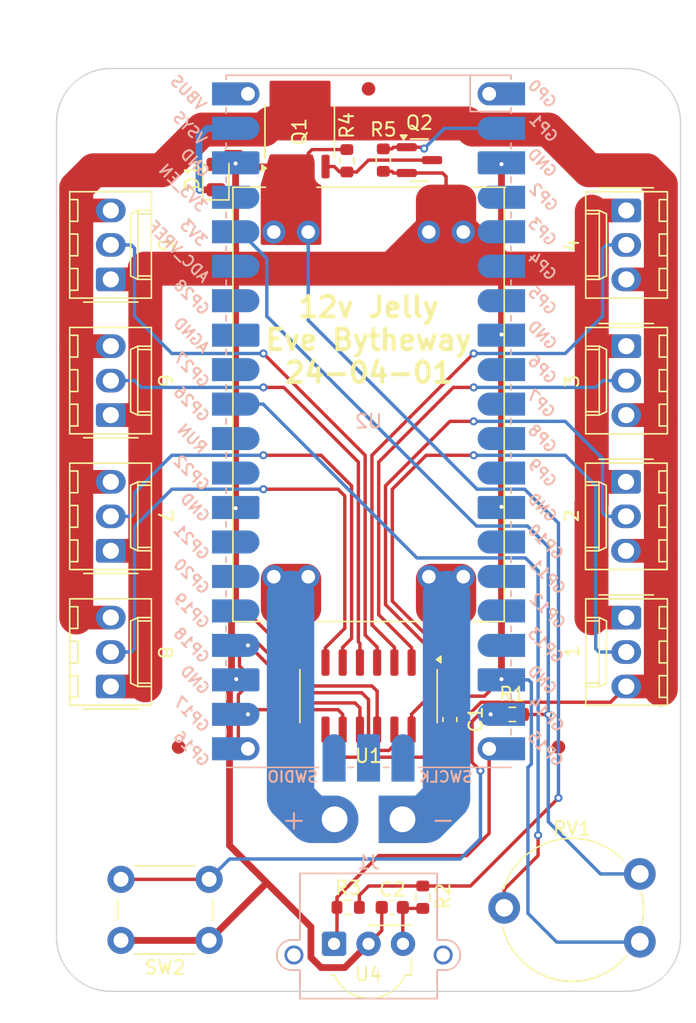
<source format=kicad_pcb>
(kicad_pcb (version 20221018) (generator pcbnew)
  (layers (0 "F.Cu" signal) (31 "B.Cu" signal) (34 "B.Paste" user) (35 "F.Paste" user) (36 "B.SilkS" user "B.Silkscreen") (37 "F.SilkS" user "F.Silkscreen") (38 "B.Mask" user) (39 "F.Mask" user) (44 "Edge.Cuts" user))
  (net 0 "")
  (net 1 "+5V")
  (net 2 "GND")
  (net 3 "Net-(D1-K)")
  (net 4 "Net-(J3-Pin_2)")
  (net 5 "Net-(J4-Pin_2)")
  (net 6 "Net-(J5-Pin_2)")
  (net 7 "Net-(J6-Pin_2)")
  (net 8 "Net-(J7-Pin_2)")
  (net 9 "Net-(J8-Pin_2)")
  (net 10 "Net-(J9-Pin_2)")
  (net 11 "Net-(J10-Pin_2)")
  (net 12 "+3V3")
  (net 13 "/SW0")
  (net 15 "/CLOCK")
  (net 16 "/LATCH")
  (net 17 "/DATA")
  (net 18 "/POT")
  (net 19 "Net-(U4-Vs)")
  (net 45 "Net-(J1-Pin_1)")
  (net 46 "Net-(J1-Pin_2)")
  (net 47 "/IR")
  (net 48 "LED_PWR")
  (net 50 "/LED_EN")
  (net 52 "Net-(Q1-G)")
  (footprint "Package_TO_SOT_SMD:SOT-23" (layer "F.Cu") (at 83.75 26.75)
    (fp_text reference "Q2")
    (fp_text value "2N7002")
  )
  (footprint "Resistor_SMD:R_0603_1608Metric" (layer "F.Cu") (at 78.4 26.8 -90)
    (fp_text reference "R4")
    (fp_text value "10k")
  )
  (footprint "Package_SO:SOIC-16_3.9x9.9mm_P1.27mm" (layer "F.Cu") (at 80 66.25 -90)
    (fp_text reference "U1")
    (fp_text value "74HC595")
  )
  (footprint "MountingHole:MountingHole_3.2mm_M3" (layer "F.Cu") (at 61 24)
    (fp_text reference "H1" hide)
    (fp_text value "MountingHole")
  )
  (footprint "Resistor_SMD:R_0603_1608Metric" (layer "F.Cu") (at 90.6 67.6 180)
    (fp_text reference "R1")
    (fp_text value "10k")
  )
  (footprint "Connector_Molex:Molex_KK-254_AE-6410-03A_1x03_P2.54mm_Vertical" (layer "F.Cu") (at 99 30.46 -90)
    (fp_text reference "J6" hide)
    (fp_text value "4")
  )
  (footprint "12v-jelly:mini560" (layer "F.Cu") (at 80 44.75 90)
    (fp_text reference "U3" hide)
    (fp_text value "Mini560")
  )
  (footprint "Resistor_SMD:R_0603_1608Metric" (layer "F.Cu") (at 84 81.065 90)
    (fp_text reference "R2")
    (fp_text value "100r")
  )
  (footprint "Connector_Molex:Molex_KK-254_AE-6410-03A_1x03_P2.54mm_Vertical" (layer "F.Cu") (at 61 45.54 90)
    (fp_text reference "J8" hide)
    (fp_text value "6")
  )
  (footprint "MountingHole:MountingHole_3.2mm_M3" (layer "F.Cu") (at 61 72)
    (fp_text reference "H3" hide)
    (fp_text value "MountingHole")
  )
  (footprint "MountingHole:MountingHole_3.2mm_M3" (layer "F.Cu") (at 99 24)
    (fp_text reference "H2" hide)
    (fp_text value "MountingHole")
  )
  (footprint "Button_Switch_THT:SW_PUSH_6mm_H13mm" (layer "F.Cu") (at 68.25 84.25 180)
    (fp_text reference "SW2")
    (fp_text value "SW_Push")
  )
  (footprint "Connector_Molex:Molex_KK-254_AE-6410-03A_1x03_P2.54mm_Vertical" (layer "F.Cu") (at 99 40.46 -90)
    (fp_text reference "J5" hide)
    (fp_text value "3")
  )
  (footprint "Diode_SMD:D_0805_2012Metric" (layer "F.Cu") (at 68.75 28 90)
    (fp_text reference "D1")
    (fp_text value "D_Small")
  )
  (footprint "Connector_Molex:Molex_KK-254_AE-6410-03A_1x03_P2.54mm_Vertical" (layer "F.Cu") (at 61 55.54 90)
    (fp_text reference "J9" hide)
    (fp_text value "7")
  )
  (footprint "Capacitor_SMD:C_0603_1608Metric" (layer "F.Cu") (at 81.75 81.815 180)
    (fp_text reference "C2")
    (fp_text value "100n")
  )
  (footprint "Connector_Molex:Molex_KK-254_AE-6410-03A_1x03_P2.54mm_Vertical" (layer "F.Cu") (at 61 35.54 90)
    (fp_text reference "J7" hide)
    (fp_text value "5")
  )
  (footprint "Fiducial:Fiducial_1mm_Mask2mm" (layer "F.Cu") (at 66 70)
    (fp_text reference "FID2" hide)
    (fp_text value "Fiducial")
  )
  (footprint "Connector_Molex:Molex_KK-254_AE-6410-03A_1x03_P2.54mm_Vertical" (layer "F.Cu") (at 61 65.54 90)
    (fp_text reference "J10" hide)
    (fp_text value "8")
  )
  (footprint "Resistor_SMD:R_0603_1608Metric" (layer "F.Cu") (at 78.5 81.815)
    (fp_text reference "R3")
    (fp_text value "20k")
  )
  (footprint "Connector_Molex:Molex_KK-254_AE-6410-03A_1x03_P2.54mm_Vertical" (layer "F.Cu") (at 98.98 50.46 -90)
    (fp_text reference "J4" hide)
    (fp_text value "2")
  )
  (footprint "Resistor_SMD:R_0603_1608Metric" (layer "F.Cu") (at 81.0875 26.75 -90)
    (fp_text reference "R5")
    (fp_text value "10k")
  )
  (footprint "Fiducial:Fiducial_1mm_Mask2mm" (layer "F.Cu") (at 94 70)
    (fp_text reference "FID3" hide)
    (fp_text value "Fiducial")
  )
  (footprint "Connector_Molex:Molex_KK-254_AE-6410-03A_1x03_P2.54mm_Vertical" (layer "F.Cu") (at 99 60.46 -90)
    (fp_text reference "J3" hide)
    (fp_text value "1")
  )
  (footprint "OptoDevice:Vishay_MOLD-3Pin" (layer "F.Cu") (at 77.46 84.5)
    (fp_text reference "U4")
    (fp_text value "VS1838B")
  )
  (footprint "MountingHole:MountingHole_3.2mm_M3" (layer "F.Cu") (at 99 72)
    (fp_text reference "H4" hide)
    (fp_text value "MountingHole")
  )
  (footprint "Fiducial:Fiducial_1mm_Mask2mm" (layer "F.Cu") (at 80 21.5)
    (fp_text reference "FID1" hide)
    (fp_text value "Fiducial")
  )
  (footprint "Capacitor_SMD:C_0603_1608Metric" (layer "F.Cu") (at 86 67.975 90)
    (fp_text reference "C1")
    (fp_text value "100n")
  )
  (footprint "Package_SO:SO-8_3.9x4.9mm_P1.27mm" (layer "F.Cu") (at 74.925 24.65 90)
    (fp_text reference "Q1")
    (fp_text value "DMP2022LSS-13")
  )
  (footprint "Potentiometer_THT:Potentiometer_Piher_PT-10-V10_Vertical_Hole" (layer "F.Cu") (at 100 79.35 180)
    (fp_text reference "RV1")
    (fp_text value "100k")
  )
  (footprint "MCU_RaspberryPi_and_Boards:RPi_Pico_SMD" (layer "B.Cu") (at 80 46 180)
    (fp_text reference "U2")
    (fp_text value "RPi Pico")
  )
  (footprint "Connector_AMASS:AMASS_XT30PW-M_1x02_P2.50mm_Horizontal" (layer "B.Cu") (at 82.5 75.325)
    (fp_text reference "J1")
    (fp_text value "PWR")
  )
  (gr_line (start 103 24) (end 103 84) (stroke (width 0.1)) (layer "Edge.Cuts"))
  (gr_arc (start 99 20) (mid 101.828427 21.171573) (end 103 24) (stroke (width 0.1)) (layer "Edge.Cuts"))
  (gr_arc (start 103 84) (mid 101.828427 86.828427) (end 99 88) (stroke (width 0.1)) (layer "Edge.Cuts"))
  (gr_line (start 99 88) (end 61 88) (stroke (width 0.1)) (layer "Edge.Cuts"))
  (gr_arc (start 61 88) (mid 58.171573 86.828427) (end 57 84) (stroke (width 0.1)) (layer "Edge.Cuts"))
  (gr_arc (start 57 24) (mid 58.171573 21.171573) (end 61 20) (stroke (width 0.1)) (layer "Edge.Cuts"))
  (gr_line (start 61 20) (end 99 20) (stroke (width 0.1)) (layer "Edge.Cuts"))
  (gr_line (start 57 84) (end 57 24) (stroke (width 0.1)) (layer "Edge.Cuts"))
  (gr_text "12v Jelly\nEve Bytheway\n24-04-01" (at 80 40) (layer "F.SilkS") (effects (font (size 1.5 1.5) (thickness 0.3) bold)))
  (segment (start 81.75 80.25) (end 81.76 80.24) (width 0.25) (layer "F.Cu") (net 1))
  (segment (start 87.51 80.24) (end 84 80.24) (width 0.25) (layer "F.Cu") (net 1))
  (segment (start 71.510661 27.25) (end 74.265 27.25) (width 0.5) (layer "F.Cu") (net 1))
  (segment (start 79.325 81.815) (end 79.325 80.925) (width 0.25) (layer "F.Cu") (net 1))
  (segment (start 94 73.75) (end 87.51 80.24) (width 0.25) (layer "F.Cu") (net 1))
  (segment (start 79.325 80.925) (end 80.01 80.24) (width 0.25) (layer "F.Cu") (net 1))
  (segment (start 68.75 27.0625) (end 69.5625 26.25) (width 0.5) (layer "F.Cu") (net 1))
  (segment (start 70.510661 26.25) (end 71.510661 27.25) (width 0.5) (layer "F.Cu") (net 1))
  (segment (start 69.5625 26.25) (end 70.510661 26.25) (width 0.5) (layer "F.Cu") (net 1))
  (segment (start 75.835 25.975) (end 75.56 26.25) (width 0.25) (layer "F.Cu") (net 1))
  (segment (start 78.4 25.975) (end 75.835 25.975) (width 0.25) (layer "F.Cu") (net 1))
  (segment (start 75.56 26.25) (end 75.56 27.225) (width 0.25) (layer "F.Cu") (net 1))
  (segment (start 81.76 80.24) (end 84 80.24) (width 0.25) (layer "F.Cu") (net 1))
  (segment (start 80.01 80.24) (end 81.74 80.24) (width 0.25) (layer "F.Cu") (net 1))
  (segment (start 74.265 27.25) (end 74.29 27.225) (width 0.5) (layer "F.Cu") (net 1))
  (segment (start 81.74 80.24) (end 81.75 80.25) (width 0.25) (layer "F.Cu") (net 1))
  (via (at 94 73.75) (size 0.6) (drill 0.3) (layers "F.Cu" "B.Cu") (net 1))
  (segment (start 91.49962 51) (end 88 51) (width 0.25) (layer "B.Cu") (net 1))
  (segment (start 75.555 38.555) (end 75.555 32.05) (width 0.25) (layer "B.Cu") (net 1))
  (segment (start 88 51) (end 75.555 38.555) (width 0.25) (layer "B.Cu") (net 1))
  (segment (start 94 53.50038) (end 91.49962 51) (width 0.25) (layer "B.Cu") (net 1))
  (segment (start 94 73.75) (end 94 53.50038) (width 0.25) (layer "B.Cu") (net 1))
  (segment (start 99 40.46) (end 96.495 40.46) (width 1.75) (layer "F.Cu") (net 2))
  (segment (start 96.435 52.039025) (end 96.435 60.48) (width 2.5) (layer "F.Cu") (net 2))
  (segment (start 96.455 30.545) (end 96.455 34.5) (width 2.5) (layer "F.Cu") (net 2))
  (segment (start 81.0875 27.575) (end 81.7125 27.575) (width 0.25) (layer "F.Cu") (net 2))
  (segment (start 85.75 34.75) (end 92.25 34.75) (width 2.5) (layer "F.Cu") (net 2))
  (segment (start 96.495 60.46) (end 96.455 60.5) (width 1.75) (layer "F.Cu") (net 2))
  (segment (start 86 67.2) (end 86.95 66.25) (width 0.25) (layer "F.Cu") (net 2))
  (segment (start 88.55 66.25) (end 89.8 65) (width 0.25) (layer "F.Cu") (net 2))
  (segment (start 61 45.54) (end 63.505 45.54) (width 1.75) (layer "F.Cu") (net 2))
  (segment (start 70.2 59.8) (end 69.9 60.1) (width 0.5) (layer "F.Cu") (net 2))
  (segment (start 92.25 34.75) (end 96.205 34.75) (width 2.5) (layer "F.Cu") (net 2))
  (segment (start 96.455 40.5) (end 96.455 50.25) (width 2.5) (layer "F.Cu") (net 2))
  (segment (start 74.75 63.75) (end 75.53 63.75) (width 0.25) (layer "F.Cu") (net 2))
  (segment (start 98.98 50.46) (end 96.665 50.46) (width 1.75) (layer "F.Cu") (net 2))
  (segment (start 76.5 86.25) (end 78.25 86.25) (width 0.5) (layer "F.Cu") (net 2))
  (segment (start 69.9 60.1) (end 69.9 64.65) (width 0.5) (layer "F.Cu") (net 2))
  (segment (start 63.545 34.795) (end 63.545 45.5) (width 2.5) (layer "F.Cu") (net 2))
  (segment (start 96.455 52.019025) (end 96.435 52.039025) (width 2.5) (layer "F.Cu") (net 2))
  (segment (start 61.75 84.25) (end 68.25 84.25) (width 0.5) (layer "F.Cu") (net 2))
  (segment (start 80.975 83.525) (end 80 84.5) (width 0.25) (layer "F.Cu") (net 2))
  (segment (start 81.7125 27.575) (end 81.8375 27.7) (width 0.25) (layer "F.Cu") (net 2))
  (segment (start 70.2 34.7) (end 70.25 34.75) (width 0.5) (layer "F.Cu") (net 2))
  (segment (start 85.75 33.355) (end 85.75 34.75) (width 2.5) (layer "F.Cu") (net 2))
  (segment (start 69.75 77.25) (end 72.375 79.875) (width 0.5) (layer "F.Cu") (net 2))
  (segment (start 86.985 32.05) (end 89.685 34.75) (width 2.5) (layer "F.Cu") (net 2))
  (segment (start 76 65.5) (end 75.555 65.055) (width 0.25) (layer "F.Cu") (net 2))
  (segment (start 99 60.46) (end 96.495 60.46) (width 1.75) (layer "F.Cu") (net 2))
  (segment (start 96.54 30.46) (end 96.455 30.545) (width 1.75) (layer "F.Cu") (net 2))
  (segment (start 63.545 55.75) (end 63.545 65.455) (width 2.5) (layer "F.Cu") (net 2))
  (segment (start 61 65.54) (end 63.46 65.54) (width 1.75) (layer "F.Cu") (net 2))
  (segment (start 89.685 34.75) (end 92.25 34.75) (width 2.5) (layer "F.Cu") (net 2))
  (segment (start 63.335 55.54) (end 63.545 55.75) (width 1.75) (layer "F.Cu") (net 2))
  (segment (start 85.45 27.7) (end 85.715 27.965) (width 0.25) (layer "F.Cu") (net 2))
  (segment (start 75.53 63.75) (end 75.555 63.775) (width 0.25) (layer "F.Cu") (net 2))
  (segment (start 80.635 68.725) (end 80.635 65.885) (width 0.25) (layer "F.Cu") (net 2))
  (segment (start 85.715 27.965) (end 85.715 30.78) (width 0.25) (layer "F.Cu") (net 2))
  (segment (start 80.25 65.5) (end 76 65.5) (width 0.25) (layer "F.Cu") (net 2))
  (segment (start 89.8 27.05) (end 89.8 39.6) (width 0.5) (layer "F.Cu") (net 2))
  (segment (start 72.375 79.875) (end 75.75 83.25) (width 0.5) (layer "F.Cu") (net 2))
  (segment (start 70.25 34.75) (end 81.745 34.75) (width 2.5) (layer "F.Cu") (net 2))
  (segment (start 63.5 34.75) (end 63.545 34.795) (width 2.5) (layer "F.Cu") (net 2))
  (segment (start 89.8 65) (end 89.8 52.3) (width 0.5) (layer "F.Cu") (net 2))
  (segment (start 70.2 33.25) (end 70.2 52.4) (width 0.5) (layer "F.Cu") (net 2))
  (segment (start 75.75 85.5) (end 76.5 86.25) (width 0.5) (layer "F.Cu") (net 2))
  (segment (start 81.745 34.75) (end 84.445 32.05) (width 2.5) (layer "F.Cu") (net 2))
  (segment (start 81.745 34.75) (end 85.75 34.75) (width 2.5) (layer "F.Cu") (net 2))
  (segment (start 80.975 81.815) (end 80.975 83.525) (width 0.25) (layer "F.Cu") (net 2))
  (segment (start 78.25 86.25) (end 80 84.5) (width 0.5) (layer "F.Cu") (net 2))
  (segment (start 70.2 27) (end 70.2 33.25) (width 0.5) (layer "F.Cu") (net 2))
  (segment (start 89.8 52.3) (end 89.8 39.6) (width 0.5) (layer "F.Cu") (net 2))
  (segment (start 96.495 40.46) (end 96.455 40.5) (width 1.75) (layer "F.Cu") (net 2))
  (segment (start 75.555 65.055) (end 75.555 63.775) (width 0.25) (layer "F.Cu") (net 2))
  (segment (start 70.2 33.25) (end 70.2 34.7) (width 0.5) (layer "F.Cu") (net 2))
  (segment (start 70.2 52.4) (end 70.2 59.8) (width 0.5) (layer "F.Cu") (net 2))
  (segment (start 63.545 34.795) (end 62.8 35.54) (width 1.75) (layer "F.Cu") (net 2))
  (segment (start 82.8125 27.7) (end 85.45 27.7) (width 0.25) (layer "F.Cu") (net 2))
  (segment (start 75.75 83.25) (end 75.75 85.5) (width 0.5) (layer "F.Cu") (net 2))
  (segment (start 96.435 60.48) (end 96.455 60.5) (width 2.5) (layer "F.Cu") (net 2))
  (segment (start 70.25 65) (end 69.75 65.5) (width 0.5) (layer "F.Cu") (net 2))
  (segment (start 61 55.54) (end 63.335 55.54) (width 1.75) (layer "F.Cu") (net 2))
  (segment (start 70.8 59.8) (end 70.2 59.8) (width 0.25) (layer "F.Cu") (net 2))
  (segment (start 74.75 63.75) (end 70.8 59.8) (width 0.25) (layer "F.Cu") (net 2))
  (segment (start 68.25 84.25) (end 72.375 80.125) (width 0.5) (layer "F.Cu") (net 2))
  (segment (start 63.46 65.54) (end 63.545 65.455) (width 1.75) (layer "F.Cu") (net 2))
  (segment (start 96.205 34.75) (end 96.455 34.5) (width 2.5) (layer "F.Cu") (net 2))
  (segment (start 96.455 34.5) (end 96.455 40.5) (width 2.5) (layer "F.Cu") (net 2))
  (segment (start 69.9 64.65) (end 70.25 65) (width 0.5) (layer "F.Cu") (net 2))
  (segment (start 62.8 35.54) (end 61 35.54) (width 1.75) (layer "F.Cu") (net 2))
  (segment (start 69.75 65.5) (end 69.75 77.25) (width 0.5) (layer "F.Cu") (net 2))
  (segment (start 86.95 66.25) (end 88.55 66.25) (width 0.25) (layer "F.Cu") (net 2))
  (segment (start 96.665 50.46) (end 96.455 50.25) (width 1.75) (layer "F.Cu") (net 2))
  (segment (start 63.545 45.5) (end 63.545 55.75) (width 2.5) (layer "F.Cu") (net 2))
  (segment (start 84.445 32.05) (end 85.75 33.355) (width 2.5) (layer "F.Cu") (net 2))
  (segment (start 63.5 34.75) (end 70.25 34.75) (width 2.5) (layer "F.Cu") (net 2))
  (segment (start 99 30.46) (end 96.54 30.46) (width 1.75) (layer "F.Cu") (net 2))
  (segment (start 81.8375 27.7) (end 82.8125 27.7) (width 0.25) (layer "F.Cu") (net 2))
  (segment (start 63.505 45.54) (end 63.545 45.5) (width 1.75) (layer "F.Cu") (net 2))
  (segment (start 80.635 65.885) (end 80.25 65.5) (width 0.25) (layer "F.Cu") (net 2))
  (segment (start 96.455 50.25) (end 96.455 52.019025) (width 2.5) (layer "F.Cu") (net 2))
  (via (at 70.2 27) (size 0.6) (drill 0.3) (layers "F.Cu" "B.Cu") (net 2))
  (via (at 89.8 65) (size 0.6) (drill 0.3) (layers "F.Cu" "B.Cu") (net 2))
  (via (at 70.25 65) (size 0.6) (drill 0.3) (layers "F.Cu" "B.Cu") (net 2))
  (via (at 70.2 52.4) (size 0.6) (drill 0.3) (layers "F.Cu" "B.Cu") (net 2))
  (via (at 89.8 39.6) (size 0.6) (drill 0.3) (layers "F.Cu" "B.Cu") (net 2))
  (via (at 89.8 27.05) (size 0.6) (drill 0.3) (layers "F.Cu" "B.Cu") (net 2))
  (via (at 89.8 52.3) (size 0.6) (drill 0.3) (layers "F.Cu" "B.Cu") (net 2))
  (segment (start 99.975 84.375) (end 100 84.35) (width 0.25) (layer "B.Cu") (net 2))
  (segment (start 92 65.25) (end 92 71.25) (width 0.25) (layer "B.Cu") (net 2))
  (segment (start 91.8 65.05) (end 92 65.25) (width 0.25) (layer "B.Cu") (net 2))
  (segment (start 88.89 65.05) (end 91.8 65.05) (width 0.25) (layer "B.Cu") (net 2))
  (segment (start 91.75 71.5) (end 91.75 82.25) (width 0.25) (layer "B.Cu") (net 2))
  (segment (start 91.75 82.25) (end 93.875 84.375) (width 0.25) (layer "B.Cu") (net 2))
  (segment (start 92 71.25) (end 91.75 71.5) (width 0.25) (layer "B.Cu") (net 2))
  (segment (start 93.875 84.375) (end 99.975 84.375) (width 0.25) (layer "B.Cu") (net 2))
  (segment (start 67.5625 28.9375) (end 68.75 28.9375) (width 0.5) (layer "F.Cu") (net 3))
  (via (at 67.5625 28.9375) (size 0.6) (drill 0.3) (layers "F.Cu" "B.Cu") (net 3))
  (segment (start 67.5 25) (end 68.09 24.41) (width 0.5) (layer "B.Cu") (net 3))
  (segment (start 68.09 24.41) (end 71.11 24.41) (width 0.5) (layer "B.Cu") (net 3))
  (segment (start 67.5625 28.9375) (end 67.5 28.875) (width 0.5) (layer "B.Cu") (net 3))
  (segment (start 67.5 28.875) (end 67.5 25) (width 0.5) (layer "B.Cu") (net 3))
  (segment (start 81.75 51) (end 84.25 48.5) (width 0.25) (layer "F.Cu") (net 4))
  (segment (start 83.175 67.575) (end 85.25 65.5) (width 0.25) (layer "F.Cu") (net 4))
  (segment (start 84.25 48.5) (end 87.75 48.5) (width 0.25) (layer "F.Cu") (net 4))
  (segment (start 85.25 62.75) (end 81.75 59.25) (width 0.25) (layer "F.Cu") (net 4))
  (segment (start 81.75 59.25) (end 81.75 51) (width 0.25) (layer "F.Cu") (net 4))
  (segment (start 85.25 65.5) (end 85.25 62.75) (width 0.25) (layer "F.Cu") (net 4))
  (segment (start 83.175 68.725) (end 83.175 67.575) (width 0.25) (layer "F.Cu") (net 4))
  (via (at 87.75 48.5) (size 0.6) (drill 0.3) (layers "F.Cu" "B.Cu") (net 4))
  (segment (start 87.75 48.5) (end 94.5 48.5) (width 0.25) (layer "B.Cu") (net 4))
  (segment (start 94.5 48.5) (end 96.75 50.75) (width 0.25) (layer "B.Cu") (net 4))
  (segment (start 97 63) (end 99 63) (width 0.25) (layer "B.Cu") (net 4))
  (segment (start 96.75 50.75) (end 96.75 62.75) (width 0.25) (layer "B.Cu") (net 4))
  (segment (start 96.75 62.75) (end 97 63) (width 0.25) (layer "B.Cu") (net 4))
  (segment (start 86 46) (end 87.75 46) (width 0.25) (layer "F.Cu") (net 5))
  (segment (start 83.75 48.25) (end 86 46) (width 0.25) (layer "F.Cu") (net 5))
  (segment (start 81.25 59.5) (end 81.25 50.75) (width 0.25) (layer "F.Cu") (net 5))
  (segment (start 84.445 63.775) (end 84.445 62.695) (width 0.25) (layer "F.Cu") (net 5))
  (segment (start 84.445 62.695) (end 81.25 59.5) (width 0.25) (layer "F.Cu") (net 5))
  (segment (start 81.25 50.75) (end 83.75 48.25) (width 0.25) (layer "F.Cu") (net 5))
  (via (at 87.75 46) (size 0.6) (drill 0.3) (layers "F.Cu" "B.Cu") (net 5))
  (segment (start 97.5 53) (end 98.98 53) (width 0.25) (layer "B.Cu") (net 5))
  (segment (start 97.25 52.75) (end 97.5 53) (width 0.25) (layer "B.Cu") (net 5))
  (segment (start 87.75 46) (end 94.5 46) (width 0.25) (layer "B.Cu") (net 5))
  (segment (start 94.5 46) (end 97.25 48.75) (width 0.25) (layer "B.Cu") (net 5))
  (segment (start 97.25 48.75) (end 97.25 52.75) (width 0.25) (layer "B.Cu") (net 5))
  (segment (start 80.75 60.25) (end 80.75 49) (width 0.25) (layer "F.Cu") (net 6))
  (segment (start 83.175 63.775) (end 83.175 62.675) (width 0.25) (layer "F.Cu") (net 6))
  (segment (start 80.75 49) (end 86.25 43.5) (width 0.25) (layer "F.Cu") (net 6))
  (segment (start 86.25 43.5) (end 87.75 43.5) (width 0.25) (layer "F.Cu") (net 6))
  (segment (start 83.175 62.675) (end 80.75 60.25) (width 0.25) (layer "F.Cu") (net 6))
  (via (at 87.75 43.5) (size 0.6) (drill 0.3) (layers "F.Cu" "B.Cu") (net 6))
  (segment (start 97.25 43) (end 99 43) (width 0.25) (layer "B.Cu") (net 6))
  (segment (start 87.75 43.5) (end 96.75 43.5) (width 0.25) (layer "B.Cu") (net 6))
  (segment (start 96.75 43.5) (end 97.25 43) (width 0.25) (layer "B.Cu") (net 6))
  (segment (start 81.905 62.655) (end 80.25 61) (width 0.25) (layer "F.Cu") (net 7))
  (segment (start 80.25 48.5) (end 87.75 41) (width 0.25) (layer "F.Cu") (net 7))
  (segment (start 81.905 63.775) (end 81.905 62.655) (width 0.25) (layer "F.Cu") (net 7))
  (segment (start 80.25 61) (end 80.25 48.5) (width 0.25) (layer "F.Cu") (net 7))
  (via (at 87.75 41) (size 0.6) (drill 0.3) (layers "F.Cu" "B.Cu") (net 7))
  (segment (start 94.5 41) (end 97.25 38.25) (width 0.25) (layer "B.Cu") (net 7))
  (segment (start 97.25 38.25) (end 97.25 33.25) (width 0.25) (layer "B.Cu") (net 7))
  (segment (start 87.75 41) (end 94.5 41) (width 0.25) (layer "B.Cu") (net 7))
  (segment (start 97.25 33.25) (end 97.5 33) (width 0.25) (layer "B.Cu") (net 7))
  (segment (start 97.5 33) (end 99 33) (width 0.25) (layer "B.Cu") (net 7))
  (segment (start 79.75 50.25) (end 79.75 48.5) (width 0.25) (layer "F.Cu") (net 8))
  (segment (start 79.75 48.5) (end 72.25 41) (width 0.25) (layer "F.Cu") (net 8))
  (segment (start 80.635 62.635) (end 79.75 61.75) (width 0.25) (layer "F.Cu") (net 8))
  (segment (start 79.75 61.75) (end 79.75 50.25) (width 0.25) (layer "F.Cu") (net 8))
  (segment (start 80.635 63.775) (end 80.635 62.635) (width 0.25) (layer "F.Cu") (net 8))
  (via (at 72.25 41) (size 0.6) (drill 0.3) (layers "F.Cu" "B.Cu") (net 8))
  (segment (start 65.5 41) (end 62.75 38.25) (width 0.25) (layer "B.Cu") (net 8))
  (segment (start 62.5 33) (end 61 33) (width 0.25) (layer "B.Cu") (net 8))
  (segment (start 62.75 38.25) (end 62.75 33.25) (width 0.25) (layer "B.Cu") (net 8))
  (segment (start 62.75 33.25) (end 62.5 33) (width 0.25) (layer "B.Cu") (net 8))
  (segment (start 72.25 41) (end 65.5 41) (width 0.25) (layer "B.Cu") (net 8))
  (segment (start 79.25 62.25) (end 79.25 49) (width 0.25) (layer "F.Cu") (net 9))
  (segment (start 79.365 63.775) (end 79.365 62.365) (width 0.25) (layer "F.Cu") (net 9))
  (segment (start 79.25 49) (end 73.75 43.5) (width 0.25) (layer "F.Cu") (net 9))
  (segment (start 73.75 43.5) (end 72.25 43.5) (width 0.25) (layer "F.Cu") (net 9))
  (segment (start 79.365 62.365) (end 79.25 62.25) (width 0.25) (layer "F.Cu") (net 9))
  (via (at 72.25 43.5) (size 0.6) (drill 0.3) (layers "F.Cu" "B.Cu") (net 9))
  (segment (start 72.25 43.5) (end 63.25 43.5) (width 0.25) (layer "B.Cu") (net 9))
  (segment (start 62.75 43) (end 61 43) (width 0.25) (layer "B.Cu") (net 9))
  (segment (start 63.25 43.5) (end 62.75 43) (width 0.25) (layer "B.Cu") (net 9))
  (segment (start 78.75 50.75) (end 76.5 48.5) (width 0.25) (layer "F.Cu") (net 10))
  (segment (start 78.095 62.655) (end 78.75 62) (width 0.25) (layer "F.Cu") (net 10))
  (segment (start 78.75 62) (end 78.75 50.75) (width 0.25) (layer "F.Cu") (net 10))
  (segment (start 76.5 48.5) (end 72.25 48.5) (width 0.25) (layer "F.Cu") (net 10))
  (segment (start 78.095 63.775) (end 78.095 62.655) (width 0.25) (layer "F.Cu") (net 10))
  (via (at 72.25 48.5) (size 0.6) (drill 0.3) (layers "F.Cu" "B.Cu") (net 10))
  (segment (start 65.5 48.5) (end 62.75 51.25) (width 0.25) (layer "B.Cu") (net 10))
  (segment (start 62.75 51.25) (end 62.75 52.75) (width 0.25) (layer "B.Cu") (net 10))
  (segment (start 62.75 52.75) (end 62.5 53) (width 0.25) (layer "B.Cu") (net 10))
  (segment (start 72.25 48.5) (end 65.5 48.5) (width 0.25) (layer "B.Cu") (net 10))
  (segment (start 62.5 53) (end 61 53) (width 0.25) (layer "B.Cu") (net 10))
  (segment (start 77.75 51) (end 72.25 51) (width 0.25) (layer "F.Cu") (net 11))
  (segment (start 78.25 61.25) (end 78.25 51.5) (width 0.25) (layer "F.Cu") (net 11))
  (segment (start 76.825 62.675) (end 78.25 61.25) (width 0.25) (layer "F.Cu") (net 11))
  (segment (start 78.25 51.5) (end 77.75 51) (width 0.25) (layer "F.Cu") (net 11))
  (segment (start 76.825 63.775) (end 76.825 62.675) (width 0.25) (layer "F.Cu") (net 11))
  (via (at 72.25 51) (size 0.6) (drill 0.3) (layers "F.Cu" "B.Cu") (net 11))
  (segment (start 72.25 51) (end 65.5 51) (width 0.25) (layer "B.Cu") (net 11))
  (segment (start 62.5 63) (end 61 63) (width 0.25) (layer "B.Cu") (net 11))
  (segment (start 62.75 62.75) (end 62.5 63) (width 0.25) (layer "B.Cu") (net 11))
  (segment (start 65.5 51) (end 62.75 53.75) (width 0.25) (layer "B.Cu") (net 11))
  (segment (start 62.75 53.75) (end 62.75 62.75) (width 0.25) (layer "B.Cu") (net 11))
  (segment (start 93.25 67.6) (end 91.425 67.6) (width 0.25) (layer "F.Cu") (net 12))
  (via (at 93.25 67.6) (size 0.6) (drill 0.3) (layers "F.Cu" "B.Cu") (net 12))
  (segment (start 97.1 79.35) (end 93.25 75.5) (width 0.25) (layer "B.Cu") (net 12))
  (segment (start 71.11 32.61) (end 71.11 32.03) (width 0.25) (layer "B.Cu") (net 12))
  (segment (start 93.25 75.5) (end 93.25 55.25) (width 0.25) (layer "B.Cu") (net 12))
  (segment (start 93.25 55.25) (end 91.715 53.715) (width 0.25) (layer "B.Cu") (net 12))
  (segment (start 100 79.35) (end 97.1 79.35) (width 0.25) (layer "B.Cu") (net 12))
  (segment (start 91.715 53.715) (end 87.965 53.715) (width 0.25) (layer "B.Cu") (net 12))
  (segment (start 72.5 38.25) (end 72.5 34) (width 0.25) (layer "B.Cu") (net 12))
  (segment (start 87.965 53.715) (end 72.5 38.25) (width 0.25) (layer "B.Cu") (net 12))
  (segment (start 72.5 34) (end 71.11 32.61) (width 0.25) (layer "B.Cu") (net 12))
  (segment (start 89.775 67.6) (end 89.01 67.6) (width 0.25) (layer "F.Cu") (net 13))
  (segment (start 87.625 71.125) (end 88.25 71.75) (width 0.25) (layer "F.Cu") (net 13))
  (segment (start 87.625 68.125) (end 87.625 71.125) (width 0.25) (layer "F.Cu") (net 13))
  (segment (start 68.25 79.75) (end 61.75 79.75) (width 0.25) (layer "F.Cu") (net 13))
  (segment (start 89.01 67.6) (end 89 67.59) (width 0.25) (layer "F.Cu") (net 13))
  (segment (start 88.16 67.59) (end 87.625 68.125) (width 0.25) (layer "F.Cu") (net 13))
  (segment (start 89 67.59) (end 88.16 67.59) (width 0.25) (layer "F.Cu") (net 13))
  (via (at 88.25 71.75) (size 0.6) (drill 0.3) (layers "F.Cu" "B.Cu") (net 13))
  (via (at 89 67.59) (size 0.6) (drill 0.3) (layers "F.Cu" "B.Cu") (net 13))
  (segment (start 69.75 78.25) (end 68.25 79.75) (width 0.25) (layer "B.Cu") (net 13))
  (segment (start 86.75 78.25) (end 69.75 78.25) (width 0.25) (layer "B.Cu") (net 13))
  (segment (start 88.25 71.75) (end 88.25 76.75) (width 0.25) (layer "B.Cu") (net 13))
  (segment (start 88.25 76.75) (end 86.75 78.25) (width 0.25) (layer "B.Cu") (net 13))
  (segment (start 78.095 67.595) (end 78.095 68.725) (width 0.25) (layer "F.Cu") (net 15))
  (segment (start 71.11 67.59) (end 71.45 67.25) (width 0.25) (layer "F.Cu") (net 15))
  (segment (start 71.45 67.25) (end 77.75 67.25) (width 0.25) (layer "F.Cu") (net 15))
  (segment (start 77.75 67.25) (end 78.095 67.595) (width 0.25) (layer "F.Cu") (net 15))
  (via (at 71.11 67.59) (size 0.6) (drill 0.3) (layers "F.Cu" "B.Cu") (net 15))
  (segment (start 79.365 67.115) (end 79.365 68.725) (width 0.25) (layer "F.Cu") (net 16))
  (segment (start 75.415 66.75) (end 79 66.75) (width 0.25) (layer "F.Cu") (net 16))
  (segment (start 71.175 62.51) (end 75.415 66.75) (width 0.25) (layer "F.Cu") (net 16))
  (segment (start 71.11 62.51) (end 71.175 62.51) (width 0.25) (layer "F.Cu") (net 16))
  (segment (start 79 66.75) (end 79.365 67.115) (width 0.25) (layer "F.Cu") (net 16))
  (via (at 71.11 62.51) (size 0.6) (drill 0.3) (layers "F.Cu" "B.Cu") (net 16))
  (segment (start 71 64.553884) (end 70.485 64.038884) (width 0.25) (layer "F.Cu") (net 17))
  (segment (start 80 69.75) (end 80.5 70.25) (width 0.25) (layer "F.Cu") (net 17))
  (segment (start 75.5 66) (end 79.5 66) (width 0.25) (layer "F.Cu") (net 17))
  (segment (start 70.485 64.038884) (end 70.485 62.215) (width 0.25) (layer "F.Cu") (net 17))
  (segment (start 81.905 69.845) (end 81.905 68.725) (width 0.25) (layer "F.Cu") (net 17))
  (segment (start 79.5 66) (end 80 66.5) (width 0.25) (layer "F.Cu") (net 17))
  (segment (start 71.11 70.13) (end 70.4 69.42) (width 0.25) (layer "F.Cu") (net 17))
  (segment (start 80.5 70.25) (end 81.5 70.25) (width 0.25) (layer "F.Cu") (net 17))
  (segment (start 71.385 61.885) (end 75.5 66) (width 0.25) (layer "F.Cu") (net 17))
  (segment (start 70.4 66.146116) (end 71 65.546116) (width 0.25) (layer "F.Cu") (net 17))
  (segment (start 70.4 69.42) (end 70.4 66.146116) (width 0.25) (layer "F.Cu") (net 17))
  (segment (start 71 65.546116) (end 71 64.553884) (width 0.25) (layer "F.Cu") (net 17))
  (segment (start 70.815 61.885) (end 71.385 61.885) (width 0.25) (layer "F.Cu") (net 17))
  (segment (start 81.5 70.25) (end 81.905 69.845) (width 0.25) (layer "F.Cu") (net 17))
  (segment (start 70.485 62.215) (end 70.815 61.885) (width 0.25) (layer "F.Cu") (net 17))
  (segment (start 80 66.5) (end 80 69.75) (width 0.25) (layer "F.Cu") (net 17))
  (segment (start 92.5 76.5) (end 92.5 78) (width 0.25) (layer "F.Cu") (net 18))
  (segment (start 92.5 78) (end 90 80.5) (width 0.25) (layer "F.Cu") (net 18))
  (segment (start 90 80.5) (end 90 81.85) (width 0.25) (layer "F.Cu") (net 18))
  (via (at 92.5 76.5) (size 0.6) (drill 0.3) (layers "F.Cu" "B.Cu") (net 18))
  (segment (start 91.565 56.065) (end 92.5 57) (width 0.25) (layer "B.Cu") (net 18))
  (segment (start 83.565 56.065) (end 91.565 56.065) (width 0.25) (layer "B.Cu") (net 18))
  (segment (start 71.11 44.73) (end 72.23 44.73) (width 0.25) (layer "B.Cu") (net 18))
  (segment (start 92.5 57) (end 92.5 76.5) (width 0.25) (layer "B.Cu") (net 18))
  (segment (start 72.23 44.73) (end 83.565 56.065) (width 0.25) (layer "B.Cu") (net 18))
  (segment (start 84 81.89) (end 82.6 81.89) (width 0.25) (layer "F.Cu") (net 19))
  (segment (start 82.525 84.485) (end 82.54 84.5) (width 0.25) (layer "F.Cu") (net 19))
  (segment (start 82.6 81.89) (end 82.525 81.815) (width 0.25) (layer "F.Cu") (net 19))
  (segment (start 82.525 81.815) (end 82.525 84.485) (width 0.25) (layer "F.Cu") (net 19))
  (segment (start 82.5 75.325) (end 84.175 75.325) (width 3.5) (layer "B.Cu") (net 45))
  (segment (start 84.175 75.325) (end 85.75 73.75) (width 3.5) (layer "B.Cu") (net 45))
  (segment (start 85.75 73.75) (end 85.75 58.755) (width 3.5) (layer "B.Cu") (net 45))
  (segment (start 75.825 75.325) (end 74.25 73.75) (width 3.5) (layer "B.Cu") (net 46))
  (segment (start 77.5 75.325) (end 75.825 75.325) (width 3.5) (layer "B.Cu") (net 46))
  (segment (start 74.25 73.75) (end 74.25 58.755) (width 3.5) (layer "B.Cu") (net 46))
  (segment (start 87.25 78) (end 88.89 76.36) (width 0.25) (layer "F.Cu") (net 47))
  (segment (start 88.89 76.36) (end 88.89 70.13) (width 0.25) (layer "F.Cu") (net 47))
  (segment (start 80.75 78) (end 87.25 78) (width 0.25) (layer "F.Cu") (net 47))
  (segment (start 77.675 81.815) (end 77.675 81.075) (width 0.25) (layer "F.Cu") (net 47))
  (segment (start 77.675 81.815) (end 77.675 84.285) (width 0.25) (layer "F.Cu") (net 47))
  (segment (start 77.675 84.285) (end 77.46 84.5) (width 0.25) (layer "F.Cu") (net 47))
  (segment (start 77.675 81.075) (end 80.75 78) (width 0.25) (layer "F.Cu") (net 47))
  (segment (start 59.75 27.5) (end 64.75 27.5) (width 2.5) (layer "F.Cu") (net 48))
  (segment (start 101.335 45.54) (end 101.545 45.75) (width 1.75) (layer "F.Cu") (net 48))
  (segment (start 97.84 66.7) (end 99 65.54) (width 0.25) (layer "F.Cu") (net 48))
  (segment (start 101.545 55.75) (end 101.545 45.75) (width 2.5) (layer "F.Cu") (net 48))
  (segment (start 93.25 24.5) (end 96.25 27.5) (width 2.5) (layer "F.Cu") (net 48))
  (segment (start 85.975 68.725) (end 84.445 68.725) (width 0.25) (layer "F.Cu") (net 48))
  (segment (start 64.75 27.5) (end 67.75 24.5) (width 2.5) (layer "F.Cu") (net 48))
  (segment (start 77.25 70.75) (end 84 70.75) (width 0.25) (layer "F.Cu") (net 48))
  (segment (start 58.455 28.795) (end 59.75 27.5) (width 2.5) (layer "F.Cu") (net 48))
  (segment (start 76.825 68.725) (end 76.825 70.325) (width 0.25) (layer "F.Cu") (net 48))
  (segment (start 67.75 24.5) (end 72.3 24.5) (width 2.5) (layer "F.Cu") (net 48))
  (segment (start 72.3 24.5) (end 72.75 24.05) (width 2.5) (layer "F.Cu") (net 48))
  (segment (start 58.495 50.46) (end 58.455 50.5) (width 1.75) (layer "F.Cu") (net 48))
  (segment (start 61 40.46) (end 58.495 40.46) (width 1.75) (layer "F.Cu") (net 48))
  (segment (start 61 60.46) (end 58.46 60.46) (width 1.75) (layer "F.Cu") (net 48))
  (segment (start 58.495 40.46) (end 58.455 40.5) (width 1.75) (layer "F.Cu") (net 48))
  (segment (start 76.825 70.325) (end 77.25 70.75) (width 0.25) (layer "F.Cu") (net 48))
  (segment (start 99 65.54) (end 101.335 65.54) (width 1.75) (layer "F.Cu") (net 48))
  (segment (start 58.455 40.5) (end 58.455 30.5) (width 2.5) (layer "F.Cu") (net 48))
  (segment (start 86 68.75) (end 85.975 68.725) (width 0.25) (layer "F.Cu") (net 48))
  (segment (start 58.455 30.5) (end 58.455 28.795) (width 2.5) (layer "F.Cu") (net 48))
  (segment (start 84.445 70.305) (end 84.445 68.725) (width 0.25) (layer "F.Cu") (net 48))
  (segment (start 87.7 24.5) (end 93.25 24.5) (width 2.5) (layer "F.Cu") (net 48))
  (segment (start 101.335 35.54) (end 101.545 35.75) (width 1.75) (layer "F.Cu") (net 48))
  (segment (start 84 70.75) (end 84.445 70.305) (width 0.25) (layer "F.Cu") (net 48))
  (segment (start 100.5 27.5) (end 101.545 28.545) (width 2.5) (layer "F.Cu") (net 48))
  (segment (start 61 30.46) (end 58.495 30.46) (width 1.75) (layer "F.Cu") (net 48))
  (segment (start 99 45.54) (end 101.335 45.54) (width 1.75) (layer "F.Cu") (net 48))
  (segment (start 58.495 30.46) (end 58.455 30.5) (width 1.75) (layer "F.Cu") (net 48))
  (segment (start 101.335 55.54) (end 101.545 55.75) (width 1.75) (layer "F.Cu") (net 48))
  (segment (start 72.75 24.05) (end 87.25 24.05) (width 2.5) (layer "F.Cu") (net 48))
  (segment (start 58.455 50.5) (end 58.455 40.5) (width 2.5) (layer "F.Cu") (net 48))
  (segment (start 101.545 65.75) (end 101.545 55.75) (width 2.5) (layer "F.Cu") (net 48))
  (segment (start 101.545 45.75) (end 101.545 35.75) (width 2.5) (layer "F.Cu") (net 48))
  (segment (start 96.25 27.5) (end 100.5 27.5) (width 2.5) (layer "F.Cu") (net 48))
  (segment (start 98.98 55.54) (end 101.335 55.54) (width 1.75) (layer "F.Cu") (net 48))
  (segment (start 86 68.75) (end 86.25 68.75) (width 0.25) (layer "F.Cu") (net 48))
  (segment (start 58.46 60.46) (end 58.455 60.455) (width 1.75) (layer "F.Cu") (net 48))
  (segment (start 101.335 65.54) (end 101.545 65.75) (width 1.75) (layer "F.Cu") (net 48))
  (segment (start 61 50.46) (end 58.495 50.46) (width 1.75) (layer "F.Cu") (net 48))
  (segment (start 86.25 68.75) (end 88.3 66.7) (width 0.25) (layer "F.Cu") (net 48))
  (segment (start 88.3 66.7) (end 97.84 66.7) (width 0.25) (layer "F.Cu") (net 48))
  (segment (start 99 35.54) (end 101.335 35.54) (width 1.75) (layer "F.Cu") (net 48))
  (segment (start 101.545 28.545) (end 101.545 35.75) (width 2.5) (layer "F.Cu") (net 48))
  (segment (start 58.455 60.455) (end 58.455 50.5) (width 2.5) (layer "F.Cu") (net 48))
  (segment (start 87.25 24.05) (end 87.7 24.5) (width 2.5) (layer "F.Cu") (net 48))
  (segment (start 81.7125 25.925) (end 81.8375 25.8) (width 0.25) (layer "F.Cu") (net 50))
  (segment (start 84.1 25.9) (end 84 25.8) (width 0.25) (layer "F.Cu") (net 50))
  (segment (start 81.0875 25.925) (end 81.7125 25.925) (width 0.25) (layer "F.Cu") (net 50))
  (segment (start 84 25.8) (end 82.8125 25.8) (width 0.25) (layer "F.Cu") (net 50))
  (segment (start 81.8375 25.8) (end 82.8125 25.8) (width 0.25) (layer "F.Cu") (net 50))
  (via (at 84.1 25.9) (size 0.6) (drill 0.3) (layers "F.Cu" "B.Cu") (net 50))
  (segment (start 84.1 25.9) (end 85.59 24.41) (width 0.25) (layer "B.Cu") (net 50))
  (segment (start 85.59 24.41) (end 88.89 24.41) (width 0.25) (layer "B.Cu") (net 50))
  (segment (start 77.875 27.625) (end 77.475 27.225) (width 0.25) (layer "F.Cu") (net 52))
  (segment (start 84.6875 26.75) (end 80 26.75) (width 0.25) (layer "F.Cu") (net 52))
  (segment (start 77.475 27.225) (end 76.83 27.225) (width 0.25) (layer "F.Cu") (net 52))
  (segment (start 78.4 27.625) (end 77.875 27.625) (width 0.25) (layer "F.Cu") (net 52))
  (segment (start 80 26.75) (end 79.125 27.625) (width 0.25) (layer "F.Cu") (net 52))
  (segment (start 79.125 27.625) (end 78.4 27.625) (width 0.25) (layer "F.Cu") (net 52))
  (zone (net 48) (net_name "LED_PWR") (layer "F.Cu") (priority 2) (connect_pads yes (clearance 0.5)) (min_thickness 0.25) (fill yes (thermal_gap 0.5) (thermal_bridge_width 0.5))
    (polygon (pts (xy 72.7 24.35) (xy 76.3 24.35) (xy 77.2 23) (xy 77.2 20.9) (xy 72.7 20.9)))
  )
  (zone (net 1) (net_name "+5V") (layer "F.Cu") (priority 1) (connect_pads yes (clearance 0.5)) (min_thickness 0.25) (fill yes (thermal_gap 0.5) (thermal_bridge_width 0.5))
    (polygon (pts (xy 72.725 26.325) (xy 72.05 28.55) (xy 72.05 33) (xy 76.525 33) (xy 76.525 28.55) (xy 75.875 26.325)))
  )
)
</source>
